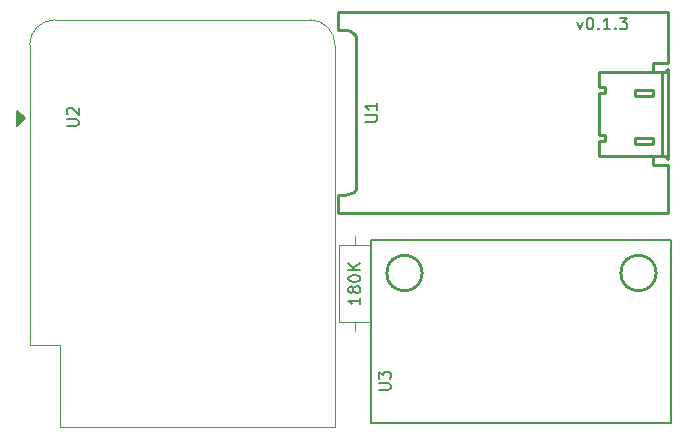
<source format=gbr>
%TF.GenerationSoftware,KiCad,Pcbnew,(6.0.2)*%
%TF.CreationDate,2022-04-13T16:43:27-04:00*%
%TF.ProjectId,breakout_slime,62726561-6b6f-4757-945f-736c696d652e,v0.1.3*%
%TF.SameCoordinates,Original*%
%TF.FileFunction,Legend,Top*%
%TF.FilePolarity,Positive*%
%FSLAX46Y46*%
G04 Gerber Fmt 4.6, Leading zero omitted, Abs format (unit mm)*
G04 Created by KiCad (PCBNEW (6.0.2)) date 2022-04-13 16:43:27*
%MOMM*%
%LPD*%
G01*
G04 APERTURE LIST*
%ADD10C,0.150000*%
%ADD11C,0.120000*%
%ADD12C,0.203000*%
%ADD13C,0.254000*%
G04 APERTURE END LIST*
D10*
X95490357Y-30011714D02*
X95728452Y-30678380D01*
X95966547Y-30011714D01*
X96537976Y-29678380D02*
X96633214Y-29678380D01*
X96728452Y-29726000D01*
X96776071Y-29773619D01*
X96823690Y-29868857D01*
X96871309Y-30059333D01*
X96871309Y-30297428D01*
X96823690Y-30487904D01*
X96776071Y-30583142D01*
X96728452Y-30630761D01*
X96633214Y-30678380D01*
X96537976Y-30678380D01*
X96442738Y-30630761D01*
X96395119Y-30583142D01*
X96347500Y-30487904D01*
X96299880Y-30297428D01*
X96299880Y-30059333D01*
X96347500Y-29868857D01*
X96395119Y-29773619D01*
X96442738Y-29726000D01*
X96537976Y-29678380D01*
X97299880Y-30583142D02*
X97347500Y-30630761D01*
X97299880Y-30678380D01*
X97252261Y-30630761D01*
X97299880Y-30583142D01*
X97299880Y-30678380D01*
X98299880Y-30678380D02*
X97728452Y-30678380D01*
X98014166Y-30678380D02*
X98014166Y-29678380D01*
X97918928Y-29821238D01*
X97823690Y-29916476D01*
X97728452Y-29964095D01*
X98728452Y-30583142D02*
X98776071Y-30630761D01*
X98728452Y-30678380D01*
X98680833Y-30630761D01*
X98728452Y-30583142D01*
X98728452Y-30678380D01*
X99109404Y-29678380D02*
X99728452Y-29678380D01*
X99395119Y-30059333D01*
X99537976Y-30059333D01*
X99633214Y-30106952D01*
X99680833Y-30154571D01*
X99728452Y-30249809D01*
X99728452Y-30487904D01*
X99680833Y-30583142D01*
X99633214Y-30630761D01*
X99537976Y-30678380D01*
X99252261Y-30678380D01*
X99157023Y-30630761D01*
X99109404Y-30583142D01*
%TO.C,R1*%
X77126014Y-53380481D02*
X77126014Y-53951910D01*
X77126014Y-53666195D02*
X76126014Y-53666195D01*
X76268872Y-53761434D01*
X76364110Y-53856672D01*
X76411729Y-53951910D01*
X76554586Y-52809053D02*
X76506967Y-52904291D01*
X76459348Y-52951910D01*
X76364110Y-52999529D01*
X76316491Y-52999529D01*
X76221253Y-52951910D01*
X76173634Y-52904291D01*
X76126014Y-52809053D01*
X76126014Y-52618576D01*
X76173634Y-52523338D01*
X76221253Y-52475719D01*
X76316491Y-52428100D01*
X76364110Y-52428100D01*
X76459348Y-52475719D01*
X76506967Y-52523338D01*
X76554586Y-52618576D01*
X76554586Y-52809053D01*
X76602205Y-52904291D01*
X76649824Y-52951910D01*
X76745062Y-52999529D01*
X76935538Y-52999529D01*
X77030776Y-52951910D01*
X77078395Y-52904291D01*
X77126014Y-52809053D01*
X77126014Y-52618576D01*
X77078395Y-52523338D01*
X77030776Y-52475719D01*
X76935538Y-52428100D01*
X76745062Y-52428100D01*
X76649824Y-52475719D01*
X76602205Y-52523338D01*
X76554586Y-52618576D01*
X76126014Y-51809053D02*
X76126014Y-51713815D01*
X76173634Y-51618576D01*
X76221253Y-51570957D01*
X76316491Y-51523338D01*
X76506967Y-51475719D01*
X76745062Y-51475719D01*
X76935538Y-51523338D01*
X77030776Y-51570957D01*
X77078395Y-51618576D01*
X77126014Y-51713815D01*
X77126014Y-51809053D01*
X77078395Y-51904291D01*
X77030776Y-51951910D01*
X76935538Y-51999529D01*
X76745062Y-52047148D01*
X76506967Y-52047148D01*
X76316491Y-51999529D01*
X76221253Y-51951910D01*
X76173634Y-51904291D01*
X76126014Y-51809053D01*
X77126014Y-51047148D02*
X76126014Y-51047148D01*
X77126014Y-50475719D02*
X76554586Y-50904291D01*
X76126014Y-50475719D02*
X76697443Y-51047148D01*
%TO.C,U3*%
X78700380Y-61213904D02*
X79509904Y-61213904D01*
X79605142Y-61166285D01*
X79652761Y-61118666D01*
X79700380Y-61023428D01*
X79700380Y-60832952D01*
X79652761Y-60737714D01*
X79605142Y-60690095D01*
X79509904Y-60642476D01*
X78700380Y-60642476D01*
X78700380Y-60261523D02*
X78700380Y-59642476D01*
X79081333Y-59975809D01*
X79081333Y-59832952D01*
X79128952Y-59737714D01*
X79176571Y-59690095D01*
X79271809Y-59642476D01*
X79509904Y-59642476D01*
X79605142Y-59690095D01*
X79652761Y-59737714D01*
X79700380Y-59832952D01*
X79700380Y-60118666D01*
X79652761Y-60213904D01*
X79605142Y-60261523D01*
%TO.C,U2*%
X52284380Y-38861904D02*
X53093904Y-38861904D01*
X53189142Y-38814285D01*
X53236761Y-38766666D01*
X53284380Y-38671428D01*
X53284380Y-38480952D01*
X53236761Y-38385714D01*
X53189142Y-38338095D01*
X53093904Y-38290476D01*
X52284380Y-38290476D01*
X52379619Y-37861904D02*
X52332000Y-37814285D01*
X52284380Y-37719047D01*
X52284380Y-37480952D01*
X52332000Y-37385714D01*
X52379619Y-37338095D01*
X52474857Y-37290476D01*
X52570095Y-37290476D01*
X52712952Y-37338095D01*
X53284380Y-37909523D01*
X53284380Y-37290476D01*
%TO.C,U1*%
X77557380Y-38480904D02*
X78366904Y-38480904D01*
X78462142Y-38433285D01*
X78509761Y-38385666D01*
X78557380Y-38290428D01*
X78557380Y-38099952D01*
X78509761Y-38004714D01*
X78462142Y-37957095D01*
X78366904Y-37909476D01*
X77557380Y-37909476D01*
X78557380Y-36909476D02*
X78557380Y-37480904D01*
X78557380Y-37195190D02*
X77557380Y-37195190D01*
X77700238Y-37290428D01*
X77795476Y-37385666D01*
X77843095Y-37480904D01*
D11*
%TO.C,R1*%
X76673634Y-56253815D02*
X76673634Y-55483815D01*
X75303634Y-48943815D02*
X75303634Y-55483815D01*
X75303634Y-55483815D02*
X78043634Y-55483815D01*
X78043634Y-55483815D02*
X78043634Y-48943815D01*
X76673634Y-48173815D02*
X76673634Y-48943815D01*
X78043634Y-48943815D02*
X75303634Y-48943815D01*
D12*
%TO.C,U3*%
X78076037Y-48509969D02*
X103476037Y-48509969D01*
X78076037Y-64003969D02*
X78076037Y-61463969D01*
X78076037Y-61463969D02*
X78076037Y-48509969D01*
X103476037Y-48509969D02*
X103476037Y-64003969D01*
X103476037Y-64003969D02*
X78076037Y-64003969D01*
D13*
X102182037Y-51303969D02*
G75*
G03*
X102182037Y-51303969I-1500000J0D01*
G01*
X82370037Y-51303969D02*
G75*
G03*
X82370037Y-51303969I-1500000J0D01*
G01*
D11*
%TO.C,U2*%
X51671522Y-57428509D02*
X51671522Y-64328509D01*
X49131522Y-57428509D02*
X51671522Y-57428509D01*
X49131522Y-57428509D02*
X49131522Y-31998509D01*
X74991522Y-64328509D02*
X74991522Y-31998509D01*
X51671522Y-64328509D02*
X74991522Y-64328509D01*
X72871522Y-29868509D02*
X51261522Y-29868509D01*
X51261522Y-29868509D02*
G75*
G03*
X49131522Y-31998509I2J-2130002D01*
G01*
X74991522Y-31998509D02*
G75*
G03*
X72861522Y-29868509I-2130002J-2D01*
G01*
D10*
X48091522Y-37573509D02*
X48091522Y-38843509D01*
X48091522Y-38843509D02*
X48726522Y-38208509D01*
X48726522Y-38208509D02*
X48091522Y-37573509D01*
G36*
X48726522Y-38208509D02*
G01*
X48091522Y-38843509D01*
X48091522Y-37573509D01*
X48726522Y-38208509D01*
G37*
X48726522Y-38208509D02*
X48091522Y-38843509D01*
X48091522Y-37573509D01*
X48726522Y-38208509D01*
D13*
%TO.C,U1*%
X101895015Y-42130579D02*
X101895015Y-41368579D01*
X101895015Y-36288579D02*
X101895015Y-35780579D01*
X102911015Y-41368579D02*
X97323015Y-41368579D01*
X101133015Y-36288579D02*
X101895015Y-36288579D01*
X97831015Y-36034579D02*
X97831015Y-35526579D01*
X101133015Y-40352579D02*
X100371015Y-40352579D01*
X101895015Y-35780579D02*
X100371015Y-35780579D01*
X100371015Y-39844579D02*
X101133015Y-39844579D01*
X76749015Y-31208579D02*
X76749015Y-37304579D01*
X101133015Y-39844579D02*
X101895015Y-39844579D01*
X76495015Y-30954579D02*
X76749015Y-31208579D01*
X75860015Y-44670579D02*
X75225015Y-44670579D01*
X103165015Y-42130579D02*
X101895015Y-42130579D01*
X75225015Y-46194579D02*
X103165015Y-46194579D01*
X97323015Y-41368579D02*
X97323015Y-40098579D01*
X97323015Y-34256579D02*
X102911015Y-34256579D01*
X103165015Y-46194579D02*
X103165015Y-42130579D01*
X100371015Y-36288579D02*
X101133015Y-36288579D01*
X101895015Y-34256579D02*
X101895015Y-33494579D01*
X97831015Y-39590579D02*
X97323015Y-39590579D01*
X97831015Y-40098579D02*
X97831015Y-39590579D01*
X97323015Y-35526579D02*
X97323015Y-34256579D01*
X102911015Y-34256579D02*
X103165015Y-34002579D01*
X76622015Y-44416579D02*
X76368015Y-44543579D01*
X76749015Y-44162579D02*
X76622015Y-44416579D01*
X97323015Y-40098579D02*
X97831015Y-40098579D01*
X75225015Y-44670579D02*
X75225015Y-46194579D01*
X101895015Y-33494579D02*
X103165015Y-33494579D01*
X76749015Y-37304579D02*
X76749015Y-43654579D01*
X101895015Y-40352579D02*
X101133015Y-40352579D01*
X75225015Y-29176579D02*
X75225015Y-30700579D01*
X103165015Y-34002579D02*
X103165015Y-41622579D01*
X75225015Y-30700579D02*
X75987015Y-30700579D01*
X103165015Y-33494579D02*
X103165015Y-29176579D01*
X101895015Y-39844579D02*
X101895015Y-40352579D01*
X76749015Y-43654579D02*
X76749015Y-44162579D01*
X76241015Y-30827579D02*
X76495015Y-30954579D01*
X103165015Y-41622579D02*
X102911015Y-41368579D01*
X97323015Y-36034579D02*
X97831015Y-36034579D01*
X97323015Y-39590579D02*
X97323015Y-36034579D01*
X75987015Y-30700579D02*
X76241015Y-30827579D01*
X100371015Y-40352579D02*
X100371015Y-39844579D01*
X102657015Y-41368579D02*
X102657015Y-34256579D01*
X103165015Y-29176579D02*
X75225015Y-29176579D01*
X76368015Y-44543579D02*
X75860015Y-44670579D01*
X97831015Y-35526579D02*
X97323015Y-35526579D01*
X100371015Y-35780579D02*
X100371015Y-36288579D01*
%TD*%
M02*

</source>
